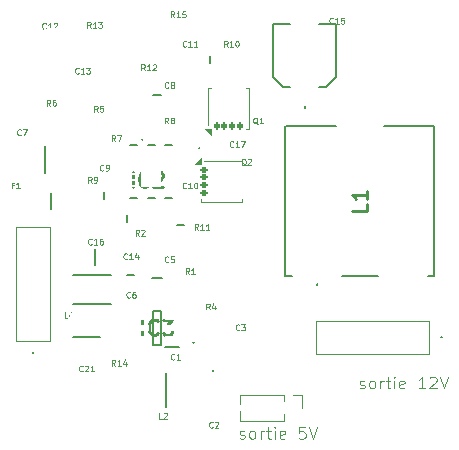
<source format=gto>
%TF.GenerationSoftware,KiCad,Pcbnew,9.0.0*%
%TF.CreationDate,2025-03-08T20:05:39+01:00*%
%TF.ProjectId,converter1A,636f6e76-6572-4746-9572-31412e6b6963,rev?*%
%TF.SameCoordinates,Original*%
%TF.FileFunction,Legend,Top*%
%TF.FilePolarity,Positive*%
%FSLAX46Y46*%
G04 Gerber Fmt 4.6, Leading zero omitted, Abs format (unit mm)*
G04 Created by KiCad (PCBNEW 9.0.0) date 2025-03-08 20:05:39*
%MOMM*%
%LPD*%
G01*
G04 APERTURE LIST*
G04 Aperture macros list*
%AMRoundRect*
0 Rectangle with rounded corners*
0 $1 Rounding radius*
0 $2 $3 $4 $5 $6 $7 $8 $9 X,Y pos of 4 corners*
0 Add a 4 corners polygon primitive as box body*
4,1,4,$2,$3,$4,$5,$6,$7,$8,$9,$2,$3,0*
0 Add four circle primitives for the rounded corners*
1,1,$1+$1,$2,$3*
1,1,$1+$1,$4,$5*
1,1,$1+$1,$6,$7*
1,1,$1+$1,$8,$9*
0 Add four rect primitives between the rounded corners*
20,1,$1+$1,$2,$3,$4,$5,0*
20,1,$1+$1,$4,$5,$6,$7,0*
20,1,$1+$1,$6,$7,$8,$9,0*
20,1,$1+$1,$8,$9,$2,$3,0*%
%AMFreePoly0*
4,1,17,1.371000,0.720000,0.950000,0.720000,0.950000,0.580000,1.370000,0.580000,1.370000,0.080000,0.950000,0.080000,0.950000,-0.080000,1.370000,-0.080000,1.370000,-0.580000,0.950000,-0.580000,0.950000,-0.720000,1.370000,-0.720000,1.370000,-1.225000,-0.950000,-1.225000,-0.950000,1.225000,1.371000,1.225000,1.371000,0.720000,1.371000,0.720000,$1*%
G04 Aperture macros list end*
%ADD10C,0.100000*%
%ADD11C,0.254000*%
%ADD12C,0.200000*%
%ADD13C,0.120000*%
%ADD14C,2.400000*%
%ADD15R,2.300000X2.300000*%
%ADD16C,2.300000*%
%ADD17R,0.750000X0.600000*%
%ADD18R,0.940000X0.540000*%
%ADD19R,1.200000X0.600000*%
%ADD20R,0.850000X1.000000*%
%ADD21R,0.600000X0.750000*%
%ADD22R,0.800000X0.950000*%
%ADD23R,1.170000X1.820000*%
%ADD24R,0.420000X0.620000*%
%ADD25R,1.070000X1.820000*%
%ADD26R,1.750000X3.200000*%
%ADD27R,2.820000X0.810000*%
%ADD28R,1.450000X1.150000*%
%ADD29R,1.400000X1.950000*%
%ADD30RoundRect,0.125000X-0.190000X-0.125000X0.190000X-0.125000X0.190000X0.125000X-0.190000X0.125000X0*%
%ADD31FreePoly0,0.000000*%
%ADD32R,1.150000X1.450000*%
%ADD33R,1.600000X3.000000*%
%ADD34R,0.450000X0.600000*%
%ADD35R,1.000000X1.000000*%
%ADD36O,1.000000X1.000000*%
%ADD37R,0.700000X0.650000*%
%ADD38R,0.250000X0.600000*%
%ADD39R,0.600000X0.250000*%
%ADD40R,1.700000X2.700000*%
%ADD41R,1.260000X2.720000*%
%ADD42RoundRect,0.125000X0.125000X-0.190000X0.125000X0.190000X-0.125000X0.190000X-0.125000X-0.190000X0*%
%ADD43FreePoly0,90.000000*%
%ADD44R,3.070000X2.260000*%
%ADD45R,2.770000X2.260000*%
G04 APERTURE END LIST*
D10*
X167970550Y-82933609D02*
X167803884Y-82695514D01*
X167684836Y-82933609D02*
X167684836Y-82433609D01*
X167684836Y-82433609D02*
X167875312Y-82433609D01*
X167875312Y-82433609D02*
X167922931Y-82457419D01*
X167922931Y-82457419D02*
X167946741Y-82481228D01*
X167946741Y-82481228D02*
X167970550Y-82528847D01*
X167970550Y-82528847D02*
X167970550Y-82600276D01*
X167970550Y-82600276D02*
X167946741Y-82647895D01*
X167946741Y-82647895D02*
X167922931Y-82671704D01*
X167922931Y-82671704D02*
X167875312Y-82695514D01*
X167875312Y-82695514D02*
X167684836Y-82695514D01*
X168399122Y-82433609D02*
X168303884Y-82433609D01*
X168303884Y-82433609D02*
X168256265Y-82457419D01*
X168256265Y-82457419D02*
X168232455Y-82481228D01*
X168232455Y-82481228D02*
X168184836Y-82552657D01*
X168184836Y-82552657D02*
X168161027Y-82647895D01*
X168161027Y-82647895D02*
X168161027Y-82838371D01*
X168161027Y-82838371D02*
X168184836Y-82885990D01*
X168184836Y-82885990D02*
X168208646Y-82909800D01*
X168208646Y-82909800D02*
X168256265Y-82933609D01*
X168256265Y-82933609D02*
X168351503Y-82933609D01*
X168351503Y-82933609D02*
X168399122Y-82909800D01*
X168399122Y-82909800D02*
X168422931Y-82885990D01*
X168422931Y-82885990D02*
X168446741Y-82838371D01*
X168446741Y-82838371D02*
X168446741Y-82719323D01*
X168446741Y-82719323D02*
X168422931Y-82671704D01*
X168422931Y-82671704D02*
X168399122Y-82647895D01*
X168399122Y-82647895D02*
X168351503Y-82624085D01*
X168351503Y-82624085D02*
X168256265Y-82624085D01*
X168256265Y-82624085D02*
X168208646Y-82647895D01*
X168208646Y-82647895D02*
X168184836Y-82671704D01*
X168184836Y-82671704D02*
X168161027Y-82719323D01*
X167590550Y-76375990D02*
X167566741Y-76399800D01*
X167566741Y-76399800D02*
X167495312Y-76423609D01*
X167495312Y-76423609D02*
X167447693Y-76423609D01*
X167447693Y-76423609D02*
X167376265Y-76399800D01*
X167376265Y-76399800D02*
X167328646Y-76352180D01*
X167328646Y-76352180D02*
X167304836Y-76304561D01*
X167304836Y-76304561D02*
X167281027Y-76209323D01*
X167281027Y-76209323D02*
X167281027Y-76137895D01*
X167281027Y-76137895D02*
X167304836Y-76042657D01*
X167304836Y-76042657D02*
X167328646Y-75995038D01*
X167328646Y-75995038D02*
X167376265Y-75947419D01*
X167376265Y-75947419D02*
X167447693Y-75923609D01*
X167447693Y-75923609D02*
X167495312Y-75923609D01*
X167495312Y-75923609D02*
X167566741Y-75947419D01*
X167566741Y-75947419D02*
X167590550Y-75971228D01*
X168066741Y-76423609D02*
X167781027Y-76423609D01*
X167923884Y-76423609D02*
X167923884Y-75923609D01*
X167923884Y-75923609D02*
X167876265Y-75995038D01*
X167876265Y-75995038D02*
X167828646Y-76042657D01*
X167828646Y-76042657D02*
X167781027Y-76066466D01*
X168257217Y-75971228D02*
X168281026Y-75947419D01*
X168281026Y-75947419D02*
X168328645Y-75923609D01*
X168328645Y-75923609D02*
X168447693Y-75923609D01*
X168447693Y-75923609D02*
X168495312Y-75947419D01*
X168495312Y-75947419D02*
X168519121Y-75971228D01*
X168519121Y-75971228D02*
X168542931Y-76018847D01*
X168542931Y-76018847D02*
X168542931Y-76066466D01*
X168542931Y-76066466D02*
X168519121Y-76137895D01*
X168519121Y-76137895D02*
X168233407Y-76423609D01*
X168233407Y-76423609D02*
X168542931Y-76423609D01*
X173470550Y-104933609D02*
X173303884Y-104695514D01*
X173184836Y-104933609D02*
X173184836Y-104433609D01*
X173184836Y-104433609D02*
X173375312Y-104433609D01*
X173375312Y-104433609D02*
X173422931Y-104457419D01*
X173422931Y-104457419D02*
X173446741Y-104481228D01*
X173446741Y-104481228D02*
X173470550Y-104528847D01*
X173470550Y-104528847D02*
X173470550Y-104600276D01*
X173470550Y-104600276D02*
X173446741Y-104647895D01*
X173446741Y-104647895D02*
X173422931Y-104671704D01*
X173422931Y-104671704D02*
X173375312Y-104695514D01*
X173375312Y-104695514D02*
X173184836Y-104695514D01*
X173946741Y-104933609D02*
X173661027Y-104933609D01*
X173803884Y-104933609D02*
X173803884Y-104433609D01*
X173803884Y-104433609D02*
X173756265Y-104505038D01*
X173756265Y-104505038D02*
X173708646Y-104552657D01*
X173708646Y-104552657D02*
X173661027Y-104576466D01*
X174375312Y-104600276D02*
X174375312Y-104933609D01*
X174256264Y-104409800D02*
X174137217Y-104766942D01*
X174137217Y-104766942D02*
X174446740Y-104766942D01*
X175470550Y-93933609D02*
X175303884Y-93695514D01*
X175184836Y-93933609D02*
X175184836Y-93433609D01*
X175184836Y-93433609D02*
X175375312Y-93433609D01*
X175375312Y-93433609D02*
X175422931Y-93457419D01*
X175422931Y-93457419D02*
X175446741Y-93481228D01*
X175446741Y-93481228D02*
X175470550Y-93528847D01*
X175470550Y-93528847D02*
X175470550Y-93600276D01*
X175470550Y-93600276D02*
X175446741Y-93647895D01*
X175446741Y-93647895D02*
X175422931Y-93671704D01*
X175422931Y-93671704D02*
X175375312Y-93695514D01*
X175375312Y-93695514D02*
X175184836Y-93695514D01*
X175661027Y-93481228D02*
X175684836Y-93457419D01*
X175684836Y-93457419D02*
X175732455Y-93433609D01*
X175732455Y-93433609D02*
X175851503Y-93433609D01*
X175851503Y-93433609D02*
X175899122Y-93457419D01*
X175899122Y-93457419D02*
X175922931Y-93481228D01*
X175922931Y-93481228D02*
X175946741Y-93528847D01*
X175946741Y-93528847D02*
X175946741Y-93576466D01*
X175946741Y-93576466D02*
X175922931Y-93647895D01*
X175922931Y-93647895D02*
X175637217Y-93933609D01*
X175637217Y-93933609D02*
X175946741Y-93933609D01*
X183470550Y-86385990D02*
X183446741Y-86409800D01*
X183446741Y-86409800D02*
X183375312Y-86433609D01*
X183375312Y-86433609D02*
X183327693Y-86433609D01*
X183327693Y-86433609D02*
X183256265Y-86409800D01*
X183256265Y-86409800D02*
X183208646Y-86362180D01*
X183208646Y-86362180D02*
X183184836Y-86314561D01*
X183184836Y-86314561D02*
X183161027Y-86219323D01*
X183161027Y-86219323D02*
X183161027Y-86147895D01*
X183161027Y-86147895D02*
X183184836Y-86052657D01*
X183184836Y-86052657D02*
X183208646Y-86005038D01*
X183208646Y-86005038D02*
X183256265Y-85957419D01*
X183256265Y-85957419D02*
X183327693Y-85933609D01*
X183327693Y-85933609D02*
X183375312Y-85933609D01*
X183375312Y-85933609D02*
X183446741Y-85957419D01*
X183446741Y-85957419D02*
X183470550Y-85981228D01*
X183946741Y-86433609D02*
X183661027Y-86433609D01*
X183803884Y-86433609D02*
X183803884Y-85933609D01*
X183803884Y-85933609D02*
X183756265Y-86005038D01*
X183756265Y-86005038D02*
X183708646Y-86052657D01*
X183708646Y-86052657D02*
X183661027Y-86076466D01*
X184113407Y-85933609D02*
X184446740Y-85933609D01*
X184446740Y-85933609D02*
X184232455Y-86433609D01*
X183970550Y-101885990D02*
X183946741Y-101909800D01*
X183946741Y-101909800D02*
X183875312Y-101933609D01*
X183875312Y-101933609D02*
X183827693Y-101933609D01*
X183827693Y-101933609D02*
X183756265Y-101909800D01*
X183756265Y-101909800D02*
X183708646Y-101862180D01*
X183708646Y-101862180D02*
X183684836Y-101814561D01*
X183684836Y-101814561D02*
X183661027Y-101719323D01*
X183661027Y-101719323D02*
X183661027Y-101647895D01*
X183661027Y-101647895D02*
X183684836Y-101552657D01*
X183684836Y-101552657D02*
X183708646Y-101505038D01*
X183708646Y-101505038D02*
X183756265Y-101457419D01*
X183756265Y-101457419D02*
X183827693Y-101433609D01*
X183827693Y-101433609D02*
X183875312Y-101433609D01*
X183875312Y-101433609D02*
X183946741Y-101457419D01*
X183946741Y-101457419D02*
X183970550Y-101481228D01*
X184137217Y-101433609D02*
X184446741Y-101433609D01*
X184446741Y-101433609D02*
X184280074Y-101624085D01*
X184280074Y-101624085D02*
X184351503Y-101624085D01*
X184351503Y-101624085D02*
X184399122Y-101647895D01*
X184399122Y-101647895D02*
X184422931Y-101671704D01*
X184422931Y-101671704D02*
X184446741Y-101719323D01*
X184446741Y-101719323D02*
X184446741Y-101838371D01*
X184446741Y-101838371D02*
X184422931Y-101885990D01*
X184422931Y-101885990D02*
X184399122Y-101909800D01*
X184399122Y-101909800D02*
X184351503Y-101933609D01*
X184351503Y-101933609D02*
X184208646Y-101933609D01*
X184208646Y-101933609D02*
X184161027Y-101909800D01*
X184161027Y-101909800D02*
X184137217Y-101885990D01*
X164851503Y-89671704D02*
X164684836Y-89671704D01*
X164684836Y-89933609D02*
X164684836Y-89433609D01*
X164684836Y-89433609D02*
X164922931Y-89433609D01*
X165375312Y-89933609D02*
X165089598Y-89933609D01*
X165232455Y-89933609D02*
X165232455Y-89433609D01*
X165232455Y-89433609D02*
X165184836Y-89505038D01*
X165184836Y-89505038D02*
X165137217Y-89552657D01*
X165137217Y-89552657D02*
X165089598Y-89576466D01*
X171390550Y-76333609D02*
X171223884Y-76095514D01*
X171104836Y-76333609D02*
X171104836Y-75833609D01*
X171104836Y-75833609D02*
X171295312Y-75833609D01*
X171295312Y-75833609D02*
X171342931Y-75857419D01*
X171342931Y-75857419D02*
X171366741Y-75881228D01*
X171366741Y-75881228D02*
X171390550Y-75928847D01*
X171390550Y-75928847D02*
X171390550Y-76000276D01*
X171390550Y-76000276D02*
X171366741Y-76047895D01*
X171366741Y-76047895D02*
X171342931Y-76071704D01*
X171342931Y-76071704D02*
X171295312Y-76095514D01*
X171295312Y-76095514D02*
X171104836Y-76095514D01*
X171866741Y-76333609D02*
X171581027Y-76333609D01*
X171723884Y-76333609D02*
X171723884Y-75833609D01*
X171723884Y-75833609D02*
X171676265Y-75905038D01*
X171676265Y-75905038D02*
X171628646Y-75952657D01*
X171628646Y-75952657D02*
X171581027Y-75976466D01*
X172033407Y-75833609D02*
X172342931Y-75833609D01*
X172342931Y-75833609D02*
X172176264Y-76024085D01*
X172176264Y-76024085D02*
X172247693Y-76024085D01*
X172247693Y-76024085D02*
X172295312Y-76047895D01*
X172295312Y-76047895D02*
X172319121Y-76071704D01*
X172319121Y-76071704D02*
X172342931Y-76119323D01*
X172342931Y-76119323D02*
X172342931Y-76238371D01*
X172342931Y-76238371D02*
X172319121Y-76285990D01*
X172319121Y-76285990D02*
X172295312Y-76309800D01*
X172295312Y-76309800D02*
X172247693Y-76333609D01*
X172247693Y-76333609D02*
X172104836Y-76333609D01*
X172104836Y-76333609D02*
X172057217Y-76309800D01*
X172057217Y-76309800D02*
X172033407Y-76285990D01*
X177970550Y-84433609D02*
X177803884Y-84195514D01*
X177684836Y-84433609D02*
X177684836Y-83933609D01*
X177684836Y-83933609D02*
X177875312Y-83933609D01*
X177875312Y-83933609D02*
X177922931Y-83957419D01*
X177922931Y-83957419D02*
X177946741Y-83981228D01*
X177946741Y-83981228D02*
X177970550Y-84028847D01*
X177970550Y-84028847D02*
X177970550Y-84100276D01*
X177970550Y-84100276D02*
X177946741Y-84147895D01*
X177946741Y-84147895D02*
X177922931Y-84171704D01*
X177922931Y-84171704D02*
X177875312Y-84195514D01*
X177875312Y-84195514D02*
X177684836Y-84195514D01*
X178256265Y-84147895D02*
X178208646Y-84124085D01*
X178208646Y-84124085D02*
X178184836Y-84100276D01*
X178184836Y-84100276D02*
X178161027Y-84052657D01*
X178161027Y-84052657D02*
X178161027Y-84028847D01*
X178161027Y-84028847D02*
X178184836Y-83981228D01*
X178184836Y-83981228D02*
X178208646Y-83957419D01*
X178208646Y-83957419D02*
X178256265Y-83933609D01*
X178256265Y-83933609D02*
X178351503Y-83933609D01*
X178351503Y-83933609D02*
X178399122Y-83957419D01*
X178399122Y-83957419D02*
X178422931Y-83981228D01*
X178422931Y-83981228D02*
X178446741Y-84028847D01*
X178446741Y-84028847D02*
X178446741Y-84052657D01*
X178446741Y-84052657D02*
X178422931Y-84100276D01*
X178422931Y-84100276D02*
X178399122Y-84124085D01*
X178399122Y-84124085D02*
X178351503Y-84147895D01*
X178351503Y-84147895D02*
X178256265Y-84147895D01*
X178256265Y-84147895D02*
X178208646Y-84171704D01*
X178208646Y-84171704D02*
X178184836Y-84195514D01*
X178184836Y-84195514D02*
X178161027Y-84243133D01*
X178161027Y-84243133D02*
X178161027Y-84338371D01*
X178161027Y-84338371D02*
X178184836Y-84385990D01*
X178184836Y-84385990D02*
X178208646Y-84409800D01*
X178208646Y-84409800D02*
X178256265Y-84433609D01*
X178256265Y-84433609D02*
X178351503Y-84433609D01*
X178351503Y-84433609D02*
X178399122Y-84409800D01*
X178399122Y-84409800D02*
X178422931Y-84385990D01*
X178422931Y-84385990D02*
X178446741Y-84338371D01*
X178446741Y-84338371D02*
X178446741Y-84243133D01*
X178446741Y-84243133D02*
X178422931Y-84195514D01*
X178422931Y-84195514D02*
X178399122Y-84171704D01*
X178399122Y-84171704D02*
X178351503Y-84147895D01*
X179470550Y-77885990D02*
X179446741Y-77909800D01*
X179446741Y-77909800D02*
X179375312Y-77933609D01*
X179375312Y-77933609D02*
X179327693Y-77933609D01*
X179327693Y-77933609D02*
X179256265Y-77909800D01*
X179256265Y-77909800D02*
X179208646Y-77862180D01*
X179208646Y-77862180D02*
X179184836Y-77814561D01*
X179184836Y-77814561D02*
X179161027Y-77719323D01*
X179161027Y-77719323D02*
X179161027Y-77647895D01*
X179161027Y-77647895D02*
X179184836Y-77552657D01*
X179184836Y-77552657D02*
X179208646Y-77505038D01*
X179208646Y-77505038D02*
X179256265Y-77457419D01*
X179256265Y-77457419D02*
X179327693Y-77433609D01*
X179327693Y-77433609D02*
X179375312Y-77433609D01*
X179375312Y-77433609D02*
X179446741Y-77457419D01*
X179446741Y-77457419D02*
X179470550Y-77481228D01*
X179946741Y-77933609D02*
X179661027Y-77933609D01*
X179803884Y-77933609D02*
X179803884Y-77433609D01*
X179803884Y-77433609D02*
X179756265Y-77505038D01*
X179756265Y-77505038D02*
X179708646Y-77552657D01*
X179708646Y-77552657D02*
X179661027Y-77576466D01*
X180422931Y-77933609D02*
X180137217Y-77933609D01*
X180280074Y-77933609D02*
X180280074Y-77433609D01*
X180280074Y-77433609D02*
X180232455Y-77505038D01*
X180232455Y-77505038D02*
X180184836Y-77552657D01*
X180184836Y-77552657D02*
X180137217Y-77576466D01*
X170370550Y-80165990D02*
X170346741Y-80189800D01*
X170346741Y-80189800D02*
X170275312Y-80213609D01*
X170275312Y-80213609D02*
X170227693Y-80213609D01*
X170227693Y-80213609D02*
X170156265Y-80189800D01*
X170156265Y-80189800D02*
X170108646Y-80142180D01*
X170108646Y-80142180D02*
X170084836Y-80094561D01*
X170084836Y-80094561D02*
X170061027Y-79999323D01*
X170061027Y-79999323D02*
X170061027Y-79927895D01*
X170061027Y-79927895D02*
X170084836Y-79832657D01*
X170084836Y-79832657D02*
X170108646Y-79785038D01*
X170108646Y-79785038D02*
X170156265Y-79737419D01*
X170156265Y-79737419D02*
X170227693Y-79713609D01*
X170227693Y-79713609D02*
X170275312Y-79713609D01*
X170275312Y-79713609D02*
X170346741Y-79737419D01*
X170346741Y-79737419D02*
X170370550Y-79761228D01*
X170846741Y-80213609D02*
X170561027Y-80213609D01*
X170703884Y-80213609D02*
X170703884Y-79713609D01*
X170703884Y-79713609D02*
X170656265Y-79785038D01*
X170656265Y-79785038D02*
X170608646Y-79832657D01*
X170608646Y-79832657D02*
X170561027Y-79856466D01*
X171013407Y-79713609D02*
X171322931Y-79713609D01*
X171322931Y-79713609D02*
X171156264Y-79904085D01*
X171156264Y-79904085D02*
X171227693Y-79904085D01*
X171227693Y-79904085D02*
X171275312Y-79927895D01*
X171275312Y-79927895D02*
X171299121Y-79951704D01*
X171299121Y-79951704D02*
X171322931Y-79999323D01*
X171322931Y-79999323D02*
X171322931Y-80118371D01*
X171322931Y-80118371D02*
X171299121Y-80165990D01*
X171299121Y-80165990D02*
X171275312Y-80189800D01*
X171275312Y-80189800D02*
X171227693Y-80213609D01*
X171227693Y-80213609D02*
X171084836Y-80213609D01*
X171084836Y-80213609D02*
X171037217Y-80189800D01*
X171037217Y-80189800D02*
X171013407Y-80165990D01*
X170720550Y-105385990D02*
X170696741Y-105409800D01*
X170696741Y-105409800D02*
X170625312Y-105433609D01*
X170625312Y-105433609D02*
X170577693Y-105433609D01*
X170577693Y-105433609D02*
X170506265Y-105409800D01*
X170506265Y-105409800D02*
X170458646Y-105362180D01*
X170458646Y-105362180D02*
X170434836Y-105314561D01*
X170434836Y-105314561D02*
X170411027Y-105219323D01*
X170411027Y-105219323D02*
X170411027Y-105147895D01*
X170411027Y-105147895D02*
X170434836Y-105052657D01*
X170434836Y-105052657D02*
X170458646Y-105005038D01*
X170458646Y-105005038D02*
X170506265Y-104957419D01*
X170506265Y-104957419D02*
X170577693Y-104933609D01*
X170577693Y-104933609D02*
X170625312Y-104933609D01*
X170625312Y-104933609D02*
X170696741Y-104957419D01*
X170696741Y-104957419D02*
X170720550Y-104981228D01*
X170911027Y-104981228D02*
X170934836Y-104957419D01*
X170934836Y-104957419D02*
X170982455Y-104933609D01*
X170982455Y-104933609D02*
X171101503Y-104933609D01*
X171101503Y-104933609D02*
X171149122Y-104957419D01*
X171149122Y-104957419D02*
X171172931Y-104981228D01*
X171172931Y-104981228D02*
X171196741Y-105028847D01*
X171196741Y-105028847D02*
X171196741Y-105076466D01*
X171196741Y-105076466D02*
X171172931Y-105147895D01*
X171172931Y-105147895D02*
X170887217Y-105433609D01*
X170887217Y-105433609D02*
X171196741Y-105433609D01*
X171672931Y-105433609D02*
X171387217Y-105433609D01*
X171530074Y-105433609D02*
X171530074Y-104933609D01*
X171530074Y-104933609D02*
X171482455Y-105005038D01*
X171482455Y-105005038D02*
X171434836Y-105052657D01*
X171434836Y-105052657D02*
X171387217Y-105076466D01*
X180470550Y-93433609D02*
X180303884Y-93195514D01*
X180184836Y-93433609D02*
X180184836Y-92933609D01*
X180184836Y-92933609D02*
X180375312Y-92933609D01*
X180375312Y-92933609D02*
X180422931Y-92957419D01*
X180422931Y-92957419D02*
X180446741Y-92981228D01*
X180446741Y-92981228D02*
X180470550Y-93028847D01*
X180470550Y-93028847D02*
X180470550Y-93100276D01*
X180470550Y-93100276D02*
X180446741Y-93147895D01*
X180446741Y-93147895D02*
X180422931Y-93171704D01*
X180422931Y-93171704D02*
X180375312Y-93195514D01*
X180375312Y-93195514D02*
X180184836Y-93195514D01*
X180946741Y-93433609D02*
X180661027Y-93433609D01*
X180803884Y-93433609D02*
X180803884Y-92933609D01*
X180803884Y-92933609D02*
X180756265Y-93005038D01*
X180756265Y-93005038D02*
X180708646Y-93052657D01*
X180708646Y-93052657D02*
X180661027Y-93076466D01*
X181422931Y-93433609D02*
X181137217Y-93433609D01*
X181280074Y-93433609D02*
X181280074Y-92933609D01*
X181280074Y-92933609D02*
X181232455Y-93005038D01*
X181232455Y-93005038D02*
X181184836Y-93052657D01*
X181184836Y-93052657D02*
X181137217Y-93076466D01*
X194146265Y-106824800D02*
X194241503Y-106872419D01*
X194241503Y-106872419D02*
X194431979Y-106872419D01*
X194431979Y-106872419D02*
X194527217Y-106824800D01*
X194527217Y-106824800D02*
X194574836Y-106729561D01*
X194574836Y-106729561D02*
X194574836Y-106681942D01*
X194574836Y-106681942D02*
X194527217Y-106586704D01*
X194527217Y-106586704D02*
X194431979Y-106539085D01*
X194431979Y-106539085D02*
X194289122Y-106539085D01*
X194289122Y-106539085D02*
X194193884Y-106491466D01*
X194193884Y-106491466D02*
X194146265Y-106396228D01*
X194146265Y-106396228D02*
X194146265Y-106348609D01*
X194146265Y-106348609D02*
X194193884Y-106253371D01*
X194193884Y-106253371D02*
X194289122Y-106205752D01*
X194289122Y-106205752D02*
X194431979Y-106205752D01*
X194431979Y-106205752D02*
X194527217Y-106253371D01*
X195146265Y-106872419D02*
X195051027Y-106824800D01*
X195051027Y-106824800D02*
X195003408Y-106777180D01*
X195003408Y-106777180D02*
X194955789Y-106681942D01*
X194955789Y-106681942D02*
X194955789Y-106396228D01*
X194955789Y-106396228D02*
X195003408Y-106300990D01*
X195003408Y-106300990D02*
X195051027Y-106253371D01*
X195051027Y-106253371D02*
X195146265Y-106205752D01*
X195146265Y-106205752D02*
X195289122Y-106205752D01*
X195289122Y-106205752D02*
X195384360Y-106253371D01*
X195384360Y-106253371D02*
X195431979Y-106300990D01*
X195431979Y-106300990D02*
X195479598Y-106396228D01*
X195479598Y-106396228D02*
X195479598Y-106681942D01*
X195479598Y-106681942D02*
X195431979Y-106777180D01*
X195431979Y-106777180D02*
X195384360Y-106824800D01*
X195384360Y-106824800D02*
X195289122Y-106872419D01*
X195289122Y-106872419D02*
X195146265Y-106872419D01*
X195908170Y-106872419D02*
X195908170Y-106205752D01*
X195908170Y-106396228D02*
X195955789Y-106300990D01*
X195955789Y-106300990D02*
X196003408Y-106253371D01*
X196003408Y-106253371D02*
X196098646Y-106205752D01*
X196098646Y-106205752D02*
X196193884Y-106205752D01*
X196384361Y-106205752D02*
X196765313Y-106205752D01*
X196527218Y-105872419D02*
X196527218Y-106729561D01*
X196527218Y-106729561D02*
X196574837Y-106824800D01*
X196574837Y-106824800D02*
X196670075Y-106872419D01*
X196670075Y-106872419D02*
X196765313Y-106872419D01*
X197098647Y-106872419D02*
X197098647Y-106205752D01*
X197098647Y-105872419D02*
X197051028Y-105920038D01*
X197051028Y-105920038D02*
X197098647Y-105967657D01*
X197098647Y-105967657D02*
X197146266Y-105920038D01*
X197146266Y-105920038D02*
X197098647Y-105872419D01*
X197098647Y-105872419D02*
X197098647Y-105967657D01*
X197955789Y-106824800D02*
X197860551Y-106872419D01*
X197860551Y-106872419D02*
X197670075Y-106872419D01*
X197670075Y-106872419D02*
X197574837Y-106824800D01*
X197574837Y-106824800D02*
X197527218Y-106729561D01*
X197527218Y-106729561D02*
X197527218Y-106348609D01*
X197527218Y-106348609D02*
X197574837Y-106253371D01*
X197574837Y-106253371D02*
X197670075Y-106205752D01*
X197670075Y-106205752D02*
X197860551Y-106205752D01*
X197860551Y-106205752D02*
X197955789Y-106253371D01*
X197955789Y-106253371D02*
X198003408Y-106348609D01*
X198003408Y-106348609D02*
X198003408Y-106443847D01*
X198003408Y-106443847D02*
X197527218Y-106539085D01*
X199717694Y-106872419D02*
X199146266Y-106872419D01*
X199431980Y-106872419D02*
X199431980Y-105872419D01*
X199431980Y-105872419D02*
X199336742Y-106015276D01*
X199336742Y-106015276D02*
X199241504Y-106110514D01*
X199241504Y-106110514D02*
X199146266Y-106158133D01*
X200098647Y-105967657D02*
X200146266Y-105920038D01*
X200146266Y-105920038D02*
X200241504Y-105872419D01*
X200241504Y-105872419D02*
X200479599Y-105872419D01*
X200479599Y-105872419D02*
X200574837Y-105920038D01*
X200574837Y-105920038D02*
X200622456Y-105967657D01*
X200622456Y-105967657D02*
X200670075Y-106062895D01*
X200670075Y-106062895D02*
X200670075Y-106158133D01*
X200670075Y-106158133D02*
X200622456Y-106300990D01*
X200622456Y-106300990D02*
X200051028Y-106872419D01*
X200051028Y-106872419D02*
X200670075Y-106872419D01*
X200955790Y-105872419D02*
X201289123Y-106872419D01*
X201289123Y-106872419D02*
X201622456Y-105872419D01*
X184006265Y-111074800D02*
X184101503Y-111122419D01*
X184101503Y-111122419D02*
X184291979Y-111122419D01*
X184291979Y-111122419D02*
X184387217Y-111074800D01*
X184387217Y-111074800D02*
X184434836Y-110979561D01*
X184434836Y-110979561D02*
X184434836Y-110931942D01*
X184434836Y-110931942D02*
X184387217Y-110836704D01*
X184387217Y-110836704D02*
X184291979Y-110789085D01*
X184291979Y-110789085D02*
X184149122Y-110789085D01*
X184149122Y-110789085D02*
X184053884Y-110741466D01*
X184053884Y-110741466D02*
X184006265Y-110646228D01*
X184006265Y-110646228D02*
X184006265Y-110598609D01*
X184006265Y-110598609D02*
X184053884Y-110503371D01*
X184053884Y-110503371D02*
X184149122Y-110455752D01*
X184149122Y-110455752D02*
X184291979Y-110455752D01*
X184291979Y-110455752D02*
X184387217Y-110503371D01*
X185006265Y-111122419D02*
X184911027Y-111074800D01*
X184911027Y-111074800D02*
X184863408Y-111027180D01*
X184863408Y-111027180D02*
X184815789Y-110931942D01*
X184815789Y-110931942D02*
X184815789Y-110646228D01*
X184815789Y-110646228D02*
X184863408Y-110550990D01*
X184863408Y-110550990D02*
X184911027Y-110503371D01*
X184911027Y-110503371D02*
X185006265Y-110455752D01*
X185006265Y-110455752D02*
X185149122Y-110455752D01*
X185149122Y-110455752D02*
X185244360Y-110503371D01*
X185244360Y-110503371D02*
X185291979Y-110550990D01*
X185291979Y-110550990D02*
X185339598Y-110646228D01*
X185339598Y-110646228D02*
X185339598Y-110931942D01*
X185339598Y-110931942D02*
X185291979Y-111027180D01*
X185291979Y-111027180D02*
X185244360Y-111074800D01*
X185244360Y-111074800D02*
X185149122Y-111122419D01*
X185149122Y-111122419D02*
X185006265Y-111122419D01*
X185768170Y-111122419D02*
X185768170Y-110455752D01*
X185768170Y-110646228D02*
X185815789Y-110550990D01*
X185815789Y-110550990D02*
X185863408Y-110503371D01*
X185863408Y-110503371D02*
X185958646Y-110455752D01*
X185958646Y-110455752D02*
X186053884Y-110455752D01*
X186244361Y-110455752D02*
X186625313Y-110455752D01*
X186387218Y-110122419D02*
X186387218Y-110979561D01*
X186387218Y-110979561D02*
X186434837Y-111074800D01*
X186434837Y-111074800D02*
X186530075Y-111122419D01*
X186530075Y-111122419D02*
X186625313Y-111122419D01*
X186958647Y-111122419D02*
X186958647Y-110455752D01*
X186958647Y-110122419D02*
X186911028Y-110170038D01*
X186911028Y-110170038D02*
X186958647Y-110217657D01*
X186958647Y-110217657D02*
X187006266Y-110170038D01*
X187006266Y-110170038D02*
X186958647Y-110122419D01*
X186958647Y-110122419D02*
X186958647Y-110217657D01*
X187815789Y-111074800D02*
X187720551Y-111122419D01*
X187720551Y-111122419D02*
X187530075Y-111122419D01*
X187530075Y-111122419D02*
X187434837Y-111074800D01*
X187434837Y-111074800D02*
X187387218Y-110979561D01*
X187387218Y-110979561D02*
X187387218Y-110598609D01*
X187387218Y-110598609D02*
X187434837Y-110503371D01*
X187434837Y-110503371D02*
X187530075Y-110455752D01*
X187530075Y-110455752D02*
X187720551Y-110455752D01*
X187720551Y-110455752D02*
X187815789Y-110503371D01*
X187815789Y-110503371D02*
X187863408Y-110598609D01*
X187863408Y-110598609D02*
X187863408Y-110693847D01*
X187863408Y-110693847D02*
X187387218Y-110789085D01*
X189530075Y-110122419D02*
X189053885Y-110122419D01*
X189053885Y-110122419D02*
X189006266Y-110598609D01*
X189006266Y-110598609D02*
X189053885Y-110550990D01*
X189053885Y-110550990D02*
X189149123Y-110503371D01*
X189149123Y-110503371D02*
X189387218Y-110503371D01*
X189387218Y-110503371D02*
X189482456Y-110550990D01*
X189482456Y-110550990D02*
X189530075Y-110598609D01*
X189530075Y-110598609D02*
X189577694Y-110693847D01*
X189577694Y-110693847D02*
X189577694Y-110931942D01*
X189577694Y-110931942D02*
X189530075Y-111027180D01*
X189530075Y-111027180D02*
X189482456Y-111074800D01*
X189482456Y-111074800D02*
X189387218Y-111122419D01*
X189387218Y-111122419D02*
X189149123Y-111122419D01*
X189149123Y-111122419D02*
X189053885Y-111074800D01*
X189053885Y-111074800D02*
X189006266Y-111027180D01*
X189863409Y-110122419D02*
X190196742Y-111122419D01*
X190196742Y-111122419D02*
X190530075Y-110122419D01*
X185518169Y-84481228D02*
X185470550Y-84457419D01*
X185470550Y-84457419D02*
X185422931Y-84409800D01*
X185422931Y-84409800D02*
X185351503Y-84338371D01*
X185351503Y-84338371D02*
X185303884Y-84314561D01*
X185303884Y-84314561D02*
X185256265Y-84314561D01*
X185280074Y-84433609D02*
X185232455Y-84409800D01*
X185232455Y-84409800D02*
X185184836Y-84362180D01*
X185184836Y-84362180D02*
X185161027Y-84266942D01*
X185161027Y-84266942D02*
X185161027Y-84100276D01*
X185161027Y-84100276D02*
X185184836Y-84005038D01*
X185184836Y-84005038D02*
X185232455Y-83957419D01*
X185232455Y-83957419D02*
X185280074Y-83933609D01*
X185280074Y-83933609D02*
X185375312Y-83933609D01*
X185375312Y-83933609D02*
X185422931Y-83957419D01*
X185422931Y-83957419D02*
X185470550Y-84005038D01*
X185470550Y-84005038D02*
X185494360Y-84100276D01*
X185494360Y-84100276D02*
X185494360Y-84266942D01*
X185494360Y-84266942D02*
X185470550Y-84362180D01*
X185470550Y-84362180D02*
X185422931Y-84409800D01*
X185422931Y-84409800D02*
X185375312Y-84433609D01*
X185375312Y-84433609D02*
X185280074Y-84433609D01*
X185970551Y-84433609D02*
X185684837Y-84433609D01*
X185827694Y-84433609D02*
X185827694Y-83933609D01*
X185827694Y-83933609D02*
X185780075Y-84005038D01*
X185780075Y-84005038D02*
X185732456Y-84052657D01*
X185732456Y-84052657D02*
X185684837Y-84076466D01*
X179470550Y-89885990D02*
X179446741Y-89909800D01*
X179446741Y-89909800D02*
X179375312Y-89933609D01*
X179375312Y-89933609D02*
X179327693Y-89933609D01*
X179327693Y-89933609D02*
X179256265Y-89909800D01*
X179256265Y-89909800D02*
X179208646Y-89862180D01*
X179208646Y-89862180D02*
X179184836Y-89814561D01*
X179184836Y-89814561D02*
X179161027Y-89719323D01*
X179161027Y-89719323D02*
X179161027Y-89647895D01*
X179161027Y-89647895D02*
X179184836Y-89552657D01*
X179184836Y-89552657D02*
X179208646Y-89505038D01*
X179208646Y-89505038D02*
X179256265Y-89457419D01*
X179256265Y-89457419D02*
X179327693Y-89433609D01*
X179327693Y-89433609D02*
X179375312Y-89433609D01*
X179375312Y-89433609D02*
X179446741Y-89457419D01*
X179446741Y-89457419D02*
X179470550Y-89481228D01*
X179946741Y-89933609D02*
X179661027Y-89933609D01*
X179803884Y-89933609D02*
X179803884Y-89433609D01*
X179803884Y-89433609D02*
X179756265Y-89505038D01*
X179756265Y-89505038D02*
X179708646Y-89552657D01*
X179708646Y-89552657D02*
X179661027Y-89576466D01*
X180256264Y-89433609D02*
X180303883Y-89433609D01*
X180303883Y-89433609D02*
X180351502Y-89457419D01*
X180351502Y-89457419D02*
X180375312Y-89481228D01*
X180375312Y-89481228D02*
X180399121Y-89528847D01*
X180399121Y-89528847D02*
X180422931Y-89624085D01*
X180422931Y-89624085D02*
X180422931Y-89743133D01*
X180422931Y-89743133D02*
X180399121Y-89838371D01*
X180399121Y-89838371D02*
X180375312Y-89885990D01*
X180375312Y-89885990D02*
X180351502Y-89909800D01*
X180351502Y-89909800D02*
X180303883Y-89933609D01*
X180303883Y-89933609D02*
X180256264Y-89933609D01*
X180256264Y-89933609D02*
X180208645Y-89909800D01*
X180208645Y-89909800D02*
X180184836Y-89885990D01*
X180184836Y-89885990D02*
X180161026Y-89838371D01*
X180161026Y-89838371D02*
X180137217Y-89743133D01*
X180137217Y-89743133D02*
X180137217Y-89624085D01*
X180137217Y-89624085D02*
X180161026Y-89528847D01*
X180161026Y-89528847D02*
X180184836Y-89481228D01*
X180184836Y-89481228D02*
X180208645Y-89457419D01*
X180208645Y-89457419D02*
X180256264Y-89433609D01*
X181720550Y-110135990D02*
X181696741Y-110159800D01*
X181696741Y-110159800D02*
X181625312Y-110183609D01*
X181625312Y-110183609D02*
X181577693Y-110183609D01*
X181577693Y-110183609D02*
X181506265Y-110159800D01*
X181506265Y-110159800D02*
X181458646Y-110112180D01*
X181458646Y-110112180D02*
X181434836Y-110064561D01*
X181434836Y-110064561D02*
X181411027Y-109969323D01*
X181411027Y-109969323D02*
X181411027Y-109897895D01*
X181411027Y-109897895D02*
X181434836Y-109802657D01*
X181434836Y-109802657D02*
X181458646Y-109755038D01*
X181458646Y-109755038D02*
X181506265Y-109707419D01*
X181506265Y-109707419D02*
X181577693Y-109683609D01*
X181577693Y-109683609D02*
X181625312Y-109683609D01*
X181625312Y-109683609D02*
X181696741Y-109707419D01*
X181696741Y-109707419D02*
X181720550Y-109731228D01*
X181911027Y-109731228D02*
X181934836Y-109707419D01*
X181934836Y-109707419D02*
X181982455Y-109683609D01*
X181982455Y-109683609D02*
X182101503Y-109683609D01*
X182101503Y-109683609D02*
X182149122Y-109707419D01*
X182149122Y-109707419D02*
X182172931Y-109731228D01*
X182172931Y-109731228D02*
X182196741Y-109778847D01*
X182196741Y-109778847D02*
X182196741Y-109826466D01*
X182196741Y-109826466D02*
X182172931Y-109897895D01*
X182172931Y-109897895D02*
X181887217Y-110183609D01*
X181887217Y-110183609D02*
X182196741Y-110183609D01*
X173470550Y-85933609D02*
X173303884Y-85695514D01*
X173184836Y-85933609D02*
X173184836Y-85433609D01*
X173184836Y-85433609D02*
X173375312Y-85433609D01*
X173375312Y-85433609D02*
X173422931Y-85457419D01*
X173422931Y-85457419D02*
X173446741Y-85481228D01*
X173446741Y-85481228D02*
X173470550Y-85528847D01*
X173470550Y-85528847D02*
X173470550Y-85600276D01*
X173470550Y-85600276D02*
X173446741Y-85647895D01*
X173446741Y-85647895D02*
X173422931Y-85671704D01*
X173422931Y-85671704D02*
X173375312Y-85695514D01*
X173375312Y-85695514D02*
X173184836Y-85695514D01*
X173637217Y-85433609D02*
X173970550Y-85433609D01*
X173970550Y-85433609D02*
X173756265Y-85933609D01*
X174470550Y-95885990D02*
X174446741Y-95909800D01*
X174446741Y-95909800D02*
X174375312Y-95933609D01*
X174375312Y-95933609D02*
X174327693Y-95933609D01*
X174327693Y-95933609D02*
X174256265Y-95909800D01*
X174256265Y-95909800D02*
X174208646Y-95862180D01*
X174208646Y-95862180D02*
X174184836Y-95814561D01*
X174184836Y-95814561D02*
X174161027Y-95719323D01*
X174161027Y-95719323D02*
X174161027Y-95647895D01*
X174161027Y-95647895D02*
X174184836Y-95552657D01*
X174184836Y-95552657D02*
X174208646Y-95505038D01*
X174208646Y-95505038D02*
X174256265Y-95457419D01*
X174256265Y-95457419D02*
X174327693Y-95433609D01*
X174327693Y-95433609D02*
X174375312Y-95433609D01*
X174375312Y-95433609D02*
X174446741Y-95457419D01*
X174446741Y-95457419D02*
X174470550Y-95481228D01*
X174946741Y-95933609D02*
X174661027Y-95933609D01*
X174803884Y-95933609D02*
X174803884Y-95433609D01*
X174803884Y-95433609D02*
X174756265Y-95505038D01*
X174756265Y-95505038D02*
X174708646Y-95552657D01*
X174708646Y-95552657D02*
X174661027Y-95576466D01*
X175375312Y-95600276D02*
X175375312Y-95933609D01*
X175256264Y-95409800D02*
X175137217Y-95766942D01*
X175137217Y-95766942D02*
X175446740Y-95766942D01*
X174720550Y-99135990D02*
X174696741Y-99159800D01*
X174696741Y-99159800D02*
X174625312Y-99183609D01*
X174625312Y-99183609D02*
X174577693Y-99183609D01*
X174577693Y-99183609D02*
X174506265Y-99159800D01*
X174506265Y-99159800D02*
X174458646Y-99112180D01*
X174458646Y-99112180D02*
X174434836Y-99064561D01*
X174434836Y-99064561D02*
X174411027Y-98969323D01*
X174411027Y-98969323D02*
X174411027Y-98897895D01*
X174411027Y-98897895D02*
X174434836Y-98802657D01*
X174434836Y-98802657D02*
X174458646Y-98755038D01*
X174458646Y-98755038D02*
X174506265Y-98707419D01*
X174506265Y-98707419D02*
X174577693Y-98683609D01*
X174577693Y-98683609D02*
X174625312Y-98683609D01*
X174625312Y-98683609D02*
X174696741Y-98707419D01*
X174696741Y-98707419D02*
X174720550Y-98731228D01*
X175149122Y-98683609D02*
X175053884Y-98683609D01*
X175053884Y-98683609D02*
X175006265Y-98707419D01*
X175006265Y-98707419D02*
X174982455Y-98731228D01*
X174982455Y-98731228D02*
X174934836Y-98802657D01*
X174934836Y-98802657D02*
X174911027Y-98897895D01*
X174911027Y-98897895D02*
X174911027Y-99088371D01*
X174911027Y-99088371D02*
X174934836Y-99135990D01*
X174934836Y-99135990D02*
X174958646Y-99159800D01*
X174958646Y-99159800D02*
X175006265Y-99183609D01*
X175006265Y-99183609D02*
X175101503Y-99183609D01*
X175101503Y-99183609D02*
X175149122Y-99159800D01*
X175149122Y-99159800D02*
X175172931Y-99135990D01*
X175172931Y-99135990D02*
X175196741Y-99088371D01*
X175196741Y-99088371D02*
X175196741Y-98969323D01*
X175196741Y-98969323D02*
X175172931Y-98921704D01*
X175172931Y-98921704D02*
X175149122Y-98897895D01*
X175149122Y-98897895D02*
X175101503Y-98874085D01*
X175101503Y-98874085D02*
X175006265Y-98874085D01*
X175006265Y-98874085D02*
X174958646Y-98897895D01*
X174958646Y-98897895D02*
X174934836Y-98921704D01*
X174934836Y-98921704D02*
X174911027Y-98969323D01*
X177970550Y-81385990D02*
X177946741Y-81409800D01*
X177946741Y-81409800D02*
X177875312Y-81433609D01*
X177875312Y-81433609D02*
X177827693Y-81433609D01*
X177827693Y-81433609D02*
X177756265Y-81409800D01*
X177756265Y-81409800D02*
X177708646Y-81362180D01*
X177708646Y-81362180D02*
X177684836Y-81314561D01*
X177684836Y-81314561D02*
X177661027Y-81219323D01*
X177661027Y-81219323D02*
X177661027Y-81147895D01*
X177661027Y-81147895D02*
X177684836Y-81052657D01*
X177684836Y-81052657D02*
X177708646Y-81005038D01*
X177708646Y-81005038D02*
X177756265Y-80957419D01*
X177756265Y-80957419D02*
X177827693Y-80933609D01*
X177827693Y-80933609D02*
X177875312Y-80933609D01*
X177875312Y-80933609D02*
X177946741Y-80957419D01*
X177946741Y-80957419D02*
X177970550Y-80981228D01*
X178256265Y-81147895D02*
X178208646Y-81124085D01*
X178208646Y-81124085D02*
X178184836Y-81100276D01*
X178184836Y-81100276D02*
X178161027Y-81052657D01*
X178161027Y-81052657D02*
X178161027Y-81028847D01*
X178161027Y-81028847D02*
X178184836Y-80981228D01*
X178184836Y-80981228D02*
X178208646Y-80957419D01*
X178208646Y-80957419D02*
X178256265Y-80933609D01*
X178256265Y-80933609D02*
X178351503Y-80933609D01*
X178351503Y-80933609D02*
X178399122Y-80957419D01*
X178399122Y-80957419D02*
X178422931Y-80981228D01*
X178422931Y-80981228D02*
X178446741Y-81028847D01*
X178446741Y-81028847D02*
X178446741Y-81052657D01*
X178446741Y-81052657D02*
X178422931Y-81100276D01*
X178422931Y-81100276D02*
X178399122Y-81124085D01*
X178399122Y-81124085D02*
X178351503Y-81147895D01*
X178351503Y-81147895D02*
X178256265Y-81147895D01*
X178256265Y-81147895D02*
X178208646Y-81171704D01*
X178208646Y-81171704D02*
X178184836Y-81195514D01*
X178184836Y-81195514D02*
X178161027Y-81243133D01*
X178161027Y-81243133D02*
X178161027Y-81338371D01*
X178161027Y-81338371D02*
X178184836Y-81385990D01*
X178184836Y-81385990D02*
X178208646Y-81409800D01*
X178208646Y-81409800D02*
X178256265Y-81433609D01*
X178256265Y-81433609D02*
X178351503Y-81433609D01*
X178351503Y-81433609D02*
X178399122Y-81409800D01*
X178399122Y-81409800D02*
X178422931Y-81385990D01*
X178422931Y-81385990D02*
X178446741Y-81338371D01*
X178446741Y-81338371D02*
X178446741Y-81243133D01*
X178446741Y-81243133D02*
X178422931Y-81195514D01*
X178422931Y-81195514D02*
X178399122Y-81171704D01*
X178399122Y-81171704D02*
X178351503Y-81147895D01*
X178470550Y-75433609D02*
X178303884Y-75195514D01*
X178184836Y-75433609D02*
X178184836Y-74933609D01*
X178184836Y-74933609D02*
X178375312Y-74933609D01*
X178375312Y-74933609D02*
X178422931Y-74957419D01*
X178422931Y-74957419D02*
X178446741Y-74981228D01*
X178446741Y-74981228D02*
X178470550Y-75028847D01*
X178470550Y-75028847D02*
X178470550Y-75100276D01*
X178470550Y-75100276D02*
X178446741Y-75147895D01*
X178446741Y-75147895D02*
X178422931Y-75171704D01*
X178422931Y-75171704D02*
X178375312Y-75195514D01*
X178375312Y-75195514D02*
X178184836Y-75195514D01*
X178946741Y-75433609D02*
X178661027Y-75433609D01*
X178803884Y-75433609D02*
X178803884Y-74933609D01*
X178803884Y-74933609D02*
X178756265Y-75005038D01*
X178756265Y-75005038D02*
X178708646Y-75052657D01*
X178708646Y-75052657D02*
X178661027Y-75076466D01*
X179399121Y-74933609D02*
X179161026Y-74933609D01*
X179161026Y-74933609D02*
X179137217Y-75171704D01*
X179137217Y-75171704D02*
X179161026Y-75147895D01*
X179161026Y-75147895D02*
X179208645Y-75124085D01*
X179208645Y-75124085D02*
X179327693Y-75124085D01*
X179327693Y-75124085D02*
X179375312Y-75147895D01*
X179375312Y-75147895D02*
X179399121Y-75171704D01*
X179399121Y-75171704D02*
X179422931Y-75219323D01*
X179422931Y-75219323D02*
X179422931Y-75338371D01*
X179422931Y-75338371D02*
X179399121Y-75385990D01*
X179399121Y-75385990D02*
X179375312Y-75409800D01*
X179375312Y-75409800D02*
X179327693Y-75433609D01*
X179327693Y-75433609D02*
X179208645Y-75433609D01*
X179208645Y-75433609D02*
X179161026Y-75409800D01*
X179161026Y-75409800D02*
X179137217Y-75385990D01*
X191895550Y-75935990D02*
X191871741Y-75959800D01*
X191871741Y-75959800D02*
X191800312Y-75983609D01*
X191800312Y-75983609D02*
X191752693Y-75983609D01*
X191752693Y-75983609D02*
X191681265Y-75959800D01*
X191681265Y-75959800D02*
X191633646Y-75912180D01*
X191633646Y-75912180D02*
X191609836Y-75864561D01*
X191609836Y-75864561D02*
X191586027Y-75769323D01*
X191586027Y-75769323D02*
X191586027Y-75697895D01*
X191586027Y-75697895D02*
X191609836Y-75602657D01*
X191609836Y-75602657D02*
X191633646Y-75555038D01*
X191633646Y-75555038D02*
X191681265Y-75507419D01*
X191681265Y-75507419D02*
X191752693Y-75483609D01*
X191752693Y-75483609D02*
X191800312Y-75483609D01*
X191800312Y-75483609D02*
X191871741Y-75507419D01*
X191871741Y-75507419D02*
X191895550Y-75531228D01*
X192371741Y-75983609D02*
X192086027Y-75983609D01*
X192228884Y-75983609D02*
X192228884Y-75483609D01*
X192228884Y-75483609D02*
X192181265Y-75555038D01*
X192181265Y-75555038D02*
X192133646Y-75602657D01*
X192133646Y-75602657D02*
X192086027Y-75626466D01*
X192824121Y-75483609D02*
X192586026Y-75483609D01*
X192586026Y-75483609D02*
X192562217Y-75721704D01*
X192562217Y-75721704D02*
X192586026Y-75697895D01*
X192586026Y-75697895D02*
X192633645Y-75674085D01*
X192633645Y-75674085D02*
X192752693Y-75674085D01*
X192752693Y-75674085D02*
X192800312Y-75697895D01*
X192800312Y-75697895D02*
X192824121Y-75721704D01*
X192824121Y-75721704D02*
X192847931Y-75769323D01*
X192847931Y-75769323D02*
X192847931Y-75888371D01*
X192847931Y-75888371D02*
X192824121Y-75935990D01*
X192824121Y-75935990D02*
X192800312Y-75959800D01*
X192800312Y-75959800D02*
X192752693Y-75983609D01*
X192752693Y-75983609D02*
X192633645Y-75983609D01*
X192633645Y-75983609D02*
X192586026Y-75959800D01*
X192586026Y-75959800D02*
X192562217Y-75935990D01*
X165470550Y-85385990D02*
X165446741Y-85409800D01*
X165446741Y-85409800D02*
X165375312Y-85433609D01*
X165375312Y-85433609D02*
X165327693Y-85433609D01*
X165327693Y-85433609D02*
X165256265Y-85409800D01*
X165256265Y-85409800D02*
X165208646Y-85362180D01*
X165208646Y-85362180D02*
X165184836Y-85314561D01*
X165184836Y-85314561D02*
X165161027Y-85219323D01*
X165161027Y-85219323D02*
X165161027Y-85147895D01*
X165161027Y-85147895D02*
X165184836Y-85052657D01*
X165184836Y-85052657D02*
X165208646Y-85005038D01*
X165208646Y-85005038D02*
X165256265Y-84957419D01*
X165256265Y-84957419D02*
X165327693Y-84933609D01*
X165327693Y-84933609D02*
X165375312Y-84933609D01*
X165375312Y-84933609D02*
X165446741Y-84957419D01*
X165446741Y-84957419D02*
X165470550Y-84981228D01*
X165637217Y-84933609D02*
X165970550Y-84933609D01*
X165970550Y-84933609D02*
X165756265Y-85433609D01*
X184518169Y-87981228D02*
X184470550Y-87957419D01*
X184470550Y-87957419D02*
X184422931Y-87909800D01*
X184422931Y-87909800D02*
X184351503Y-87838371D01*
X184351503Y-87838371D02*
X184303884Y-87814561D01*
X184303884Y-87814561D02*
X184256265Y-87814561D01*
X184280074Y-87933609D02*
X184232455Y-87909800D01*
X184232455Y-87909800D02*
X184184836Y-87862180D01*
X184184836Y-87862180D02*
X184161027Y-87766942D01*
X184161027Y-87766942D02*
X184161027Y-87600276D01*
X184161027Y-87600276D02*
X184184836Y-87505038D01*
X184184836Y-87505038D02*
X184232455Y-87457419D01*
X184232455Y-87457419D02*
X184280074Y-87433609D01*
X184280074Y-87433609D02*
X184375312Y-87433609D01*
X184375312Y-87433609D02*
X184422931Y-87457419D01*
X184422931Y-87457419D02*
X184470550Y-87505038D01*
X184470550Y-87505038D02*
X184494360Y-87600276D01*
X184494360Y-87600276D02*
X184494360Y-87766942D01*
X184494360Y-87766942D02*
X184470550Y-87862180D01*
X184470550Y-87862180D02*
X184422931Y-87909800D01*
X184422931Y-87909800D02*
X184375312Y-87933609D01*
X184375312Y-87933609D02*
X184280074Y-87933609D01*
X184684837Y-87481228D02*
X184708646Y-87457419D01*
X184708646Y-87457419D02*
X184756265Y-87433609D01*
X184756265Y-87433609D02*
X184875313Y-87433609D01*
X184875313Y-87433609D02*
X184922932Y-87457419D01*
X184922932Y-87457419D02*
X184946741Y-87481228D01*
X184946741Y-87481228D02*
X184970551Y-87528847D01*
X184970551Y-87528847D02*
X184970551Y-87576466D01*
X184970551Y-87576466D02*
X184946741Y-87647895D01*
X184946741Y-87647895D02*
X184661027Y-87933609D01*
X184661027Y-87933609D02*
X184970551Y-87933609D01*
X179720550Y-97183609D02*
X179553884Y-96945514D01*
X179434836Y-97183609D02*
X179434836Y-96683609D01*
X179434836Y-96683609D02*
X179625312Y-96683609D01*
X179625312Y-96683609D02*
X179672931Y-96707419D01*
X179672931Y-96707419D02*
X179696741Y-96731228D01*
X179696741Y-96731228D02*
X179720550Y-96778847D01*
X179720550Y-96778847D02*
X179720550Y-96850276D01*
X179720550Y-96850276D02*
X179696741Y-96897895D01*
X179696741Y-96897895D02*
X179672931Y-96921704D01*
X179672931Y-96921704D02*
X179625312Y-96945514D01*
X179625312Y-96945514D02*
X179434836Y-96945514D01*
X180196741Y-97183609D02*
X179911027Y-97183609D01*
X180053884Y-97183609D02*
X180053884Y-96683609D01*
X180053884Y-96683609D02*
X180006265Y-96755038D01*
X180006265Y-96755038D02*
X179958646Y-96802657D01*
X179958646Y-96802657D02*
X179911027Y-96826466D01*
X178470550Y-104385990D02*
X178446741Y-104409800D01*
X178446741Y-104409800D02*
X178375312Y-104433609D01*
X178375312Y-104433609D02*
X178327693Y-104433609D01*
X178327693Y-104433609D02*
X178256265Y-104409800D01*
X178256265Y-104409800D02*
X178208646Y-104362180D01*
X178208646Y-104362180D02*
X178184836Y-104314561D01*
X178184836Y-104314561D02*
X178161027Y-104219323D01*
X178161027Y-104219323D02*
X178161027Y-104147895D01*
X178161027Y-104147895D02*
X178184836Y-104052657D01*
X178184836Y-104052657D02*
X178208646Y-104005038D01*
X178208646Y-104005038D02*
X178256265Y-103957419D01*
X178256265Y-103957419D02*
X178327693Y-103933609D01*
X178327693Y-103933609D02*
X178375312Y-103933609D01*
X178375312Y-103933609D02*
X178446741Y-103957419D01*
X178446741Y-103957419D02*
X178470550Y-103981228D01*
X178946741Y-104433609D02*
X178661027Y-104433609D01*
X178803884Y-104433609D02*
X178803884Y-103933609D01*
X178803884Y-103933609D02*
X178756265Y-104005038D01*
X178756265Y-104005038D02*
X178708646Y-104052657D01*
X178708646Y-104052657D02*
X178661027Y-104076466D01*
X177422931Y-109433609D02*
X177184836Y-109433609D01*
X177184836Y-109433609D02*
X177184836Y-108933609D01*
X177565789Y-108981228D02*
X177589598Y-108957419D01*
X177589598Y-108957419D02*
X177637217Y-108933609D01*
X177637217Y-108933609D02*
X177756265Y-108933609D01*
X177756265Y-108933609D02*
X177803884Y-108957419D01*
X177803884Y-108957419D02*
X177827693Y-108981228D01*
X177827693Y-108981228D02*
X177851503Y-109028847D01*
X177851503Y-109028847D02*
X177851503Y-109076466D01*
X177851503Y-109076466D02*
X177827693Y-109147895D01*
X177827693Y-109147895D02*
X177541979Y-109433609D01*
X177541979Y-109433609D02*
X177851503Y-109433609D01*
X169422931Y-100933609D02*
X169184836Y-100933609D01*
X169184836Y-100933609D02*
X169184836Y-100433609D01*
X169803884Y-100600276D02*
X169803884Y-100933609D01*
X169684836Y-100409800D02*
X169565789Y-100766942D01*
X169565789Y-100766942D02*
X169875312Y-100766942D01*
X171470550Y-89433609D02*
X171303884Y-89195514D01*
X171184836Y-89433609D02*
X171184836Y-88933609D01*
X171184836Y-88933609D02*
X171375312Y-88933609D01*
X171375312Y-88933609D02*
X171422931Y-88957419D01*
X171422931Y-88957419D02*
X171446741Y-88981228D01*
X171446741Y-88981228D02*
X171470550Y-89028847D01*
X171470550Y-89028847D02*
X171470550Y-89100276D01*
X171470550Y-89100276D02*
X171446741Y-89147895D01*
X171446741Y-89147895D02*
X171422931Y-89171704D01*
X171422931Y-89171704D02*
X171375312Y-89195514D01*
X171375312Y-89195514D02*
X171184836Y-89195514D01*
X171708646Y-89433609D02*
X171803884Y-89433609D01*
X171803884Y-89433609D02*
X171851503Y-89409800D01*
X171851503Y-89409800D02*
X171875312Y-89385990D01*
X171875312Y-89385990D02*
X171922931Y-89314561D01*
X171922931Y-89314561D02*
X171946741Y-89219323D01*
X171946741Y-89219323D02*
X171946741Y-89028847D01*
X171946741Y-89028847D02*
X171922931Y-88981228D01*
X171922931Y-88981228D02*
X171899122Y-88957419D01*
X171899122Y-88957419D02*
X171851503Y-88933609D01*
X171851503Y-88933609D02*
X171756265Y-88933609D01*
X171756265Y-88933609D02*
X171708646Y-88957419D01*
X171708646Y-88957419D02*
X171684836Y-88981228D01*
X171684836Y-88981228D02*
X171661027Y-89028847D01*
X171661027Y-89028847D02*
X171661027Y-89147895D01*
X171661027Y-89147895D02*
X171684836Y-89195514D01*
X171684836Y-89195514D02*
X171708646Y-89219323D01*
X171708646Y-89219323D02*
X171756265Y-89243133D01*
X171756265Y-89243133D02*
X171851503Y-89243133D01*
X171851503Y-89243133D02*
X171899122Y-89219323D01*
X171899122Y-89219323D02*
X171922931Y-89195514D01*
X171922931Y-89195514D02*
X171946741Y-89147895D01*
X172470550Y-88385990D02*
X172446741Y-88409800D01*
X172446741Y-88409800D02*
X172375312Y-88433609D01*
X172375312Y-88433609D02*
X172327693Y-88433609D01*
X172327693Y-88433609D02*
X172256265Y-88409800D01*
X172256265Y-88409800D02*
X172208646Y-88362180D01*
X172208646Y-88362180D02*
X172184836Y-88314561D01*
X172184836Y-88314561D02*
X172161027Y-88219323D01*
X172161027Y-88219323D02*
X172161027Y-88147895D01*
X172161027Y-88147895D02*
X172184836Y-88052657D01*
X172184836Y-88052657D02*
X172208646Y-88005038D01*
X172208646Y-88005038D02*
X172256265Y-87957419D01*
X172256265Y-87957419D02*
X172327693Y-87933609D01*
X172327693Y-87933609D02*
X172375312Y-87933609D01*
X172375312Y-87933609D02*
X172446741Y-87957419D01*
X172446741Y-87957419D02*
X172470550Y-87981228D01*
X172708646Y-88433609D02*
X172803884Y-88433609D01*
X172803884Y-88433609D02*
X172851503Y-88409800D01*
X172851503Y-88409800D02*
X172875312Y-88385990D01*
X172875312Y-88385990D02*
X172922931Y-88314561D01*
X172922931Y-88314561D02*
X172946741Y-88219323D01*
X172946741Y-88219323D02*
X172946741Y-88028847D01*
X172946741Y-88028847D02*
X172922931Y-87981228D01*
X172922931Y-87981228D02*
X172899122Y-87957419D01*
X172899122Y-87957419D02*
X172851503Y-87933609D01*
X172851503Y-87933609D02*
X172756265Y-87933609D01*
X172756265Y-87933609D02*
X172708646Y-87957419D01*
X172708646Y-87957419D02*
X172684836Y-87981228D01*
X172684836Y-87981228D02*
X172661027Y-88028847D01*
X172661027Y-88028847D02*
X172661027Y-88147895D01*
X172661027Y-88147895D02*
X172684836Y-88195514D01*
X172684836Y-88195514D02*
X172708646Y-88219323D01*
X172708646Y-88219323D02*
X172756265Y-88243133D01*
X172756265Y-88243133D02*
X172851503Y-88243133D01*
X172851503Y-88243133D02*
X172899122Y-88219323D01*
X172899122Y-88219323D02*
X172922931Y-88195514D01*
X172922931Y-88195514D02*
X172946741Y-88147895D01*
X182970550Y-77933609D02*
X182803884Y-77695514D01*
X182684836Y-77933609D02*
X182684836Y-77433609D01*
X182684836Y-77433609D02*
X182875312Y-77433609D01*
X182875312Y-77433609D02*
X182922931Y-77457419D01*
X182922931Y-77457419D02*
X182946741Y-77481228D01*
X182946741Y-77481228D02*
X182970550Y-77528847D01*
X182970550Y-77528847D02*
X182970550Y-77600276D01*
X182970550Y-77600276D02*
X182946741Y-77647895D01*
X182946741Y-77647895D02*
X182922931Y-77671704D01*
X182922931Y-77671704D02*
X182875312Y-77695514D01*
X182875312Y-77695514D02*
X182684836Y-77695514D01*
X183446741Y-77933609D02*
X183161027Y-77933609D01*
X183303884Y-77933609D02*
X183303884Y-77433609D01*
X183303884Y-77433609D02*
X183256265Y-77505038D01*
X183256265Y-77505038D02*
X183208646Y-77552657D01*
X183208646Y-77552657D02*
X183161027Y-77576466D01*
X183756264Y-77433609D02*
X183803883Y-77433609D01*
X183803883Y-77433609D02*
X183851502Y-77457419D01*
X183851502Y-77457419D02*
X183875312Y-77481228D01*
X183875312Y-77481228D02*
X183899121Y-77528847D01*
X183899121Y-77528847D02*
X183922931Y-77624085D01*
X183922931Y-77624085D02*
X183922931Y-77743133D01*
X183922931Y-77743133D02*
X183899121Y-77838371D01*
X183899121Y-77838371D02*
X183875312Y-77885990D01*
X183875312Y-77885990D02*
X183851502Y-77909800D01*
X183851502Y-77909800D02*
X183803883Y-77933609D01*
X183803883Y-77933609D02*
X183756264Y-77933609D01*
X183756264Y-77933609D02*
X183708645Y-77909800D01*
X183708645Y-77909800D02*
X183684836Y-77885990D01*
X183684836Y-77885990D02*
X183661026Y-77838371D01*
X183661026Y-77838371D02*
X183637217Y-77743133D01*
X183637217Y-77743133D02*
X183637217Y-77624085D01*
X183637217Y-77624085D02*
X183661026Y-77528847D01*
X183661026Y-77528847D02*
X183684836Y-77481228D01*
X183684836Y-77481228D02*
X183708645Y-77457419D01*
X183708645Y-77457419D02*
X183756264Y-77433609D01*
X171470550Y-94635990D02*
X171446741Y-94659800D01*
X171446741Y-94659800D02*
X171375312Y-94683609D01*
X171375312Y-94683609D02*
X171327693Y-94683609D01*
X171327693Y-94683609D02*
X171256265Y-94659800D01*
X171256265Y-94659800D02*
X171208646Y-94612180D01*
X171208646Y-94612180D02*
X171184836Y-94564561D01*
X171184836Y-94564561D02*
X171161027Y-94469323D01*
X171161027Y-94469323D02*
X171161027Y-94397895D01*
X171161027Y-94397895D02*
X171184836Y-94302657D01*
X171184836Y-94302657D02*
X171208646Y-94255038D01*
X171208646Y-94255038D02*
X171256265Y-94207419D01*
X171256265Y-94207419D02*
X171327693Y-94183609D01*
X171327693Y-94183609D02*
X171375312Y-94183609D01*
X171375312Y-94183609D02*
X171446741Y-94207419D01*
X171446741Y-94207419D02*
X171470550Y-94231228D01*
X171946741Y-94683609D02*
X171661027Y-94683609D01*
X171803884Y-94683609D02*
X171803884Y-94183609D01*
X171803884Y-94183609D02*
X171756265Y-94255038D01*
X171756265Y-94255038D02*
X171708646Y-94302657D01*
X171708646Y-94302657D02*
X171661027Y-94326466D01*
X172375312Y-94183609D02*
X172280074Y-94183609D01*
X172280074Y-94183609D02*
X172232455Y-94207419D01*
X172232455Y-94207419D02*
X172208645Y-94231228D01*
X172208645Y-94231228D02*
X172161026Y-94302657D01*
X172161026Y-94302657D02*
X172137217Y-94397895D01*
X172137217Y-94397895D02*
X172137217Y-94588371D01*
X172137217Y-94588371D02*
X172161026Y-94635990D01*
X172161026Y-94635990D02*
X172184836Y-94659800D01*
X172184836Y-94659800D02*
X172232455Y-94683609D01*
X172232455Y-94683609D02*
X172327693Y-94683609D01*
X172327693Y-94683609D02*
X172375312Y-94659800D01*
X172375312Y-94659800D02*
X172399121Y-94635990D01*
X172399121Y-94635990D02*
X172422931Y-94588371D01*
X172422931Y-94588371D02*
X172422931Y-94469323D01*
X172422931Y-94469323D02*
X172399121Y-94421704D01*
X172399121Y-94421704D02*
X172375312Y-94397895D01*
X172375312Y-94397895D02*
X172327693Y-94374085D01*
X172327693Y-94374085D02*
X172232455Y-94374085D01*
X172232455Y-94374085D02*
X172184836Y-94397895D01*
X172184836Y-94397895D02*
X172161026Y-94421704D01*
X172161026Y-94421704D02*
X172137217Y-94469323D01*
X177970550Y-96135990D02*
X177946741Y-96159800D01*
X177946741Y-96159800D02*
X177875312Y-96183609D01*
X177875312Y-96183609D02*
X177827693Y-96183609D01*
X177827693Y-96183609D02*
X177756265Y-96159800D01*
X177756265Y-96159800D02*
X177708646Y-96112180D01*
X177708646Y-96112180D02*
X177684836Y-96064561D01*
X177684836Y-96064561D02*
X177661027Y-95969323D01*
X177661027Y-95969323D02*
X177661027Y-95897895D01*
X177661027Y-95897895D02*
X177684836Y-95802657D01*
X177684836Y-95802657D02*
X177708646Y-95755038D01*
X177708646Y-95755038D02*
X177756265Y-95707419D01*
X177756265Y-95707419D02*
X177827693Y-95683609D01*
X177827693Y-95683609D02*
X177875312Y-95683609D01*
X177875312Y-95683609D02*
X177946741Y-95707419D01*
X177946741Y-95707419D02*
X177970550Y-95731228D01*
X178422931Y-95683609D02*
X178184836Y-95683609D01*
X178184836Y-95683609D02*
X178161027Y-95921704D01*
X178161027Y-95921704D02*
X178184836Y-95897895D01*
X178184836Y-95897895D02*
X178232455Y-95874085D01*
X178232455Y-95874085D02*
X178351503Y-95874085D01*
X178351503Y-95874085D02*
X178399122Y-95897895D01*
X178399122Y-95897895D02*
X178422931Y-95921704D01*
X178422931Y-95921704D02*
X178446741Y-95969323D01*
X178446741Y-95969323D02*
X178446741Y-96088371D01*
X178446741Y-96088371D02*
X178422931Y-96135990D01*
X178422931Y-96135990D02*
X178399122Y-96159800D01*
X178399122Y-96159800D02*
X178351503Y-96183609D01*
X178351503Y-96183609D02*
X178232455Y-96183609D01*
X178232455Y-96183609D02*
X178184836Y-96159800D01*
X178184836Y-96159800D02*
X178161027Y-96135990D01*
X175970550Y-79933609D02*
X175803884Y-79695514D01*
X175684836Y-79933609D02*
X175684836Y-79433609D01*
X175684836Y-79433609D02*
X175875312Y-79433609D01*
X175875312Y-79433609D02*
X175922931Y-79457419D01*
X175922931Y-79457419D02*
X175946741Y-79481228D01*
X175946741Y-79481228D02*
X175970550Y-79528847D01*
X175970550Y-79528847D02*
X175970550Y-79600276D01*
X175970550Y-79600276D02*
X175946741Y-79647895D01*
X175946741Y-79647895D02*
X175922931Y-79671704D01*
X175922931Y-79671704D02*
X175875312Y-79695514D01*
X175875312Y-79695514D02*
X175684836Y-79695514D01*
X176446741Y-79933609D02*
X176161027Y-79933609D01*
X176303884Y-79933609D02*
X176303884Y-79433609D01*
X176303884Y-79433609D02*
X176256265Y-79505038D01*
X176256265Y-79505038D02*
X176208646Y-79552657D01*
X176208646Y-79552657D02*
X176161027Y-79576466D01*
X176637217Y-79481228D02*
X176661026Y-79457419D01*
X176661026Y-79457419D02*
X176708645Y-79433609D01*
X176708645Y-79433609D02*
X176827693Y-79433609D01*
X176827693Y-79433609D02*
X176875312Y-79457419D01*
X176875312Y-79457419D02*
X176899121Y-79481228D01*
X176899121Y-79481228D02*
X176922931Y-79528847D01*
X176922931Y-79528847D02*
X176922931Y-79576466D01*
X176922931Y-79576466D02*
X176899121Y-79647895D01*
X176899121Y-79647895D02*
X176613407Y-79933609D01*
X176613407Y-79933609D02*
X176922931Y-79933609D01*
X181470550Y-100183609D02*
X181303884Y-99945514D01*
X181184836Y-100183609D02*
X181184836Y-99683609D01*
X181184836Y-99683609D02*
X181375312Y-99683609D01*
X181375312Y-99683609D02*
X181422931Y-99707419D01*
X181422931Y-99707419D02*
X181446741Y-99731228D01*
X181446741Y-99731228D02*
X181470550Y-99778847D01*
X181470550Y-99778847D02*
X181470550Y-99850276D01*
X181470550Y-99850276D02*
X181446741Y-99897895D01*
X181446741Y-99897895D02*
X181422931Y-99921704D01*
X181422931Y-99921704D02*
X181375312Y-99945514D01*
X181375312Y-99945514D02*
X181184836Y-99945514D01*
X181899122Y-99850276D02*
X181899122Y-100183609D01*
X181780074Y-99659800D02*
X181661027Y-100016942D01*
X181661027Y-100016942D02*
X181970550Y-100016942D01*
X171970550Y-83433609D02*
X171803884Y-83195514D01*
X171684836Y-83433609D02*
X171684836Y-82933609D01*
X171684836Y-82933609D02*
X171875312Y-82933609D01*
X171875312Y-82933609D02*
X171922931Y-82957419D01*
X171922931Y-82957419D02*
X171946741Y-82981228D01*
X171946741Y-82981228D02*
X171970550Y-83028847D01*
X171970550Y-83028847D02*
X171970550Y-83100276D01*
X171970550Y-83100276D02*
X171946741Y-83147895D01*
X171946741Y-83147895D02*
X171922931Y-83171704D01*
X171922931Y-83171704D02*
X171875312Y-83195514D01*
X171875312Y-83195514D02*
X171684836Y-83195514D01*
X172422931Y-82933609D02*
X172184836Y-82933609D01*
X172184836Y-82933609D02*
X172161027Y-83171704D01*
X172161027Y-83171704D02*
X172184836Y-83147895D01*
X172184836Y-83147895D02*
X172232455Y-83124085D01*
X172232455Y-83124085D02*
X172351503Y-83124085D01*
X172351503Y-83124085D02*
X172399122Y-83147895D01*
X172399122Y-83147895D02*
X172422931Y-83171704D01*
X172422931Y-83171704D02*
X172446741Y-83219323D01*
X172446741Y-83219323D02*
X172446741Y-83338371D01*
X172446741Y-83338371D02*
X172422931Y-83385990D01*
X172422931Y-83385990D02*
X172399122Y-83409800D01*
X172399122Y-83409800D02*
X172351503Y-83433609D01*
X172351503Y-83433609D02*
X172232455Y-83433609D01*
X172232455Y-83433609D02*
X172184836Y-83409800D01*
X172184836Y-83409800D02*
X172161027Y-83385990D01*
D11*
X175760237Y-102324318D02*
X175760237Y-101054318D01*
X177090714Y-102203365D02*
X177030238Y-102263842D01*
X177030238Y-102263842D02*
X176848809Y-102324318D01*
X176848809Y-102324318D02*
X176727857Y-102324318D01*
X176727857Y-102324318D02*
X176546428Y-102263842D01*
X176546428Y-102263842D02*
X176425476Y-102142889D01*
X176425476Y-102142889D02*
X176364999Y-102021937D01*
X176364999Y-102021937D02*
X176304523Y-101780032D01*
X176304523Y-101780032D02*
X176304523Y-101598603D01*
X176304523Y-101598603D02*
X176364999Y-101356699D01*
X176364999Y-101356699D02*
X176425476Y-101235746D01*
X176425476Y-101235746D02*
X176546428Y-101114794D01*
X176546428Y-101114794D02*
X176727857Y-101054318D01*
X176727857Y-101054318D02*
X176848809Y-101054318D01*
X176848809Y-101054318D02*
X177030238Y-101114794D01*
X177030238Y-101114794D02*
X177090714Y-101175270D01*
X177514047Y-101054318D02*
X178300238Y-101054318D01*
X178300238Y-101054318D02*
X177876904Y-101538127D01*
X177876904Y-101538127D02*
X178058333Y-101538127D01*
X178058333Y-101538127D02*
X178179285Y-101598603D01*
X178179285Y-101598603D02*
X178239761Y-101659080D01*
X178239761Y-101659080D02*
X178300238Y-101780032D01*
X178300238Y-101780032D02*
X178300238Y-102082413D01*
X178300238Y-102082413D02*
X178239761Y-102203365D01*
X178239761Y-102203365D02*
X178179285Y-102263842D01*
X178179285Y-102263842D02*
X178058333Y-102324318D01*
X178058333Y-102324318D02*
X177695476Y-102324318D01*
X177695476Y-102324318D02*
X177574523Y-102263842D01*
X177574523Y-102263842D02*
X177514047Y-102203365D01*
X174937237Y-89785318D02*
X174937237Y-88515318D01*
X176267714Y-89664365D02*
X176207238Y-89724842D01*
X176207238Y-89724842D02*
X176025809Y-89785318D01*
X176025809Y-89785318D02*
X175904857Y-89785318D01*
X175904857Y-89785318D02*
X175723428Y-89724842D01*
X175723428Y-89724842D02*
X175602476Y-89603889D01*
X175602476Y-89603889D02*
X175541999Y-89482937D01*
X175541999Y-89482937D02*
X175481523Y-89241032D01*
X175481523Y-89241032D02*
X175481523Y-89059603D01*
X175481523Y-89059603D02*
X175541999Y-88817699D01*
X175541999Y-88817699D02*
X175602476Y-88696746D01*
X175602476Y-88696746D02*
X175723428Y-88575794D01*
X175723428Y-88575794D02*
X175904857Y-88515318D01*
X175904857Y-88515318D02*
X176025809Y-88515318D01*
X176025809Y-88515318D02*
X176207238Y-88575794D01*
X176207238Y-88575794D02*
X176267714Y-88636270D01*
X176751523Y-88636270D02*
X176811999Y-88575794D01*
X176811999Y-88575794D02*
X176932952Y-88515318D01*
X176932952Y-88515318D02*
X177235333Y-88515318D01*
X177235333Y-88515318D02*
X177356285Y-88575794D01*
X177356285Y-88575794D02*
X177416761Y-88636270D01*
X177416761Y-88636270D02*
X177477238Y-88757222D01*
X177477238Y-88757222D02*
X177477238Y-88878175D01*
X177477238Y-88878175D02*
X177416761Y-89059603D01*
X177416761Y-89059603D02*
X176691047Y-89785318D01*
X176691047Y-89785318D02*
X177477238Y-89785318D01*
X194754318Y-91211666D02*
X194754318Y-91816428D01*
X194754318Y-91816428D02*
X193484318Y-91816428D01*
X194754318Y-90123094D02*
X194754318Y-90848809D01*
X194754318Y-90485952D02*
X193484318Y-90485952D01*
X193484318Y-90485952D02*
X193665746Y-90606904D01*
X193665746Y-90606904D02*
X193786699Y-90727856D01*
X193786699Y-90727856D02*
X193847175Y-90848809D01*
D10*
%TO.C,J1*%
X190450000Y-101150000D02*
X200050000Y-101150000D01*
X190450000Y-103950000D02*
X190450000Y-101150000D01*
X200050000Y-101150000D02*
X200050000Y-103950000D01*
X200050000Y-103950000D02*
X190450000Y-103950000D01*
D12*
X201150000Y-102550000D02*
G75*
G02*
X201050000Y-102550000I-50000J0D01*
G01*
X201050000Y-102550000D02*
G75*
G02*
X201150000Y-102550000I50000J0D01*
G01*
%TO.C,C6*%
X174450000Y-97250000D02*
X175050000Y-97250000D01*
%TO.C,IC3*%
X176700000Y-100300000D02*
X177300000Y-100300000D01*
X176700000Y-103200000D02*
X176700000Y-100300000D01*
X177300000Y-100300000D02*
X177300000Y-103200000D01*
X177300000Y-103200000D02*
X176700000Y-103200000D01*
X178850000Y-103350000D02*
X177650000Y-103350000D01*
%TO.C,R2*%
X174500000Y-92200000D02*
X174500000Y-92800000D01*
%TO.C,F1*%
X168000000Y-90300000D02*
X168000000Y-91700000D01*
D10*
%TO.C,J3*%
X165100000Y-93225000D02*
X167900000Y-93225000D01*
X165100000Y-102825000D02*
X165100000Y-93225000D01*
X167900000Y-93225000D02*
X167900000Y-102825000D01*
X167900000Y-102825000D02*
X165100000Y-102825000D01*
D12*
X166550000Y-103875000D02*
G75*
G02*
X166450000Y-103875000I-50000J0D01*
G01*
X166450000Y-103875000D02*
G75*
G02*
X166550000Y-103875000I50000J0D01*
G01*
%TO.C,C16*%
X171750000Y-95050000D02*
X171750000Y-96450000D01*
%TO.C,L2*%
X177750000Y-105600000D02*
X177750000Y-108400000D01*
%TO.C,C21*%
X169850000Y-102500000D02*
X172150000Y-102500000D01*
%TO.C,C8*%
X176700000Y-82000000D02*
X177300000Y-82000000D01*
%TO.C,R9*%
X172500000Y-90800000D02*
X172500000Y-90200000D01*
%TO.C,C2*%
X181800000Y-105400000D02*
G75*
G02*
X181700000Y-105400000I-50000J0D01*
G01*
X181700000Y-105400000D02*
G75*
G02*
X181800000Y-105400000I50000J0D01*
G01*
%TO.C,L4*%
X169900000Y-99750000D02*
X173100000Y-99750000D01*
X173100000Y-97250000D02*
X169900000Y-97250000D01*
D13*
%TO.C,Q2*%
X180690000Y-90830000D02*
X180690000Y-91090000D01*
X180690000Y-91090000D02*
X184190000Y-91090000D01*
X181010000Y-87590000D02*
X184190000Y-87590000D01*
X184190000Y-87590000D02*
X184190000Y-87850000D01*
X184190000Y-90830000D02*
X184190000Y-91090000D01*
X180690000Y-87850000D02*
X180210000Y-87850000D01*
X180690000Y-87370000D01*
X180690000Y-87850000D01*
G36*
X180690000Y-87850000D02*
G01*
X180210000Y-87850000D01*
X180690000Y-87370000D01*
X180690000Y-87850000D01*
G37*
D12*
%TO.C,C3*%
X180150000Y-103000000D02*
G75*
G02*
X180050000Y-103000000I-50000J0D01*
G01*
X180050000Y-103000000D02*
G75*
G02*
X180150000Y-103000000I50000J0D01*
G01*
%TO.C,C15*%
X186850000Y-76050000D02*
X188300000Y-76050000D01*
X186850000Y-80500000D02*
X186850000Y-76050000D01*
X187700000Y-81350000D02*
X186850000Y-80500000D01*
X188300000Y-81350000D02*
X187700000Y-81350000D01*
X189500000Y-83000000D02*
X189500000Y-83000000D01*
X189500000Y-83000000D02*
X189500000Y-83000000D01*
X189500000Y-83100000D02*
X189500000Y-83100000D01*
X190700000Y-81350000D02*
X191300000Y-81350000D01*
X191300000Y-81350000D02*
X192150000Y-80500000D01*
X192150000Y-76050000D02*
X190700000Y-76050000D01*
X192150000Y-80500000D02*
X192150000Y-76050000D01*
X189500000Y-83000000D02*
G75*
G02*
X189500000Y-83100000I0J-50000D01*
G01*
X189500000Y-83100000D02*
G75*
G02*
X189500000Y-83000000I0J50000D01*
G01*
X189500000Y-83100000D02*
G75*
G02*
X189500000Y-83000000I0J50000D01*
G01*
D10*
%TO.C,C17*%
X180550000Y-86450000D02*
X180550000Y-86450000D01*
X180550000Y-86550000D02*
X180550000Y-86550000D01*
X180550000Y-86450000D02*
G75*
G02*
X180550000Y-86550000I0J-50000D01*
G01*
X180550000Y-86550000D02*
G75*
G02*
X180550000Y-86450000I0J50000D01*
G01*
D13*
%TO.C,J4*%
X184035000Y-107390000D02*
X184035000Y-108192470D01*
X184035000Y-108807530D02*
X184035000Y-109610000D01*
X187780000Y-107390000D02*
X184035000Y-107390000D01*
X187780000Y-107390000D02*
X187780000Y-107936529D01*
X187780000Y-109063471D02*
X187780000Y-109610000D01*
X187780000Y-109610000D02*
X184035000Y-109610000D01*
X188540000Y-107390000D02*
X189300000Y-107390000D01*
X189300000Y-107390000D02*
X189300000Y-108500000D01*
D12*
%TO.C,C5*%
X176600000Y-97500000D02*
X177400000Y-97500000D01*
%TO.C,IC2*%
X174750000Y-86250000D02*
X175300000Y-86250000D01*
X174750000Y-90750000D02*
X175300000Y-90750000D01*
X176200000Y-86250000D02*
X176800000Y-86250000D01*
X176200000Y-90750000D02*
X176800000Y-90750000D01*
X178250000Y-86250000D02*
X177700000Y-86250000D01*
X178250000Y-90750000D02*
X177700000Y-90750000D01*
X175770590Y-85808000D02*
G75*
G02*
X175727410Y-85808000I-21590J0D01*
G01*
X175727410Y-85808000D02*
G75*
G02*
X175770590Y-85808000I21590J0D01*
G01*
%TO.C,C7*%
X167500000Y-88650000D02*
X167500000Y-86350000D01*
%TO.C,R10*%
X181500000Y-79300000D02*
X181500000Y-78700000D01*
D13*
%TO.C,Q1*%
X181287500Y-81420000D02*
X181547500Y-81420000D01*
X181287500Y-84600000D02*
X181287500Y-81420000D01*
X184527500Y-81420000D02*
X184787500Y-81420000D01*
X184527500Y-84920000D02*
X184787500Y-84920000D01*
X184787500Y-84920000D02*
X184787500Y-81420000D01*
X181547500Y-85400000D02*
X181067500Y-84920000D01*
X181547500Y-84920000D01*
X181547500Y-85400000D01*
G36*
X181547500Y-85400000D02*
G01*
X181067500Y-84920000D01*
X181547500Y-84920000D01*
X181547500Y-85400000D01*
G37*
D12*
%TO.C,C14*%
X179300000Y-93000000D02*
X178700000Y-93000000D01*
%TO.C,L1*%
X187880000Y-84650000D02*
X187880000Y-84650000D01*
X187880000Y-84650000D02*
X187880000Y-97350000D01*
X187880000Y-97350000D02*
X187880000Y-84650000D01*
X187880000Y-97350000D02*
X187880000Y-97350000D01*
X187930000Y-84650000D02*
X187930000Y-84650000D01*
X187930000Y-84650000D02*
X192180000Y-84650000D01*
X187930000Y-97350000D02*
X187930000Y-97350000D01*
X187930000Y-97350000D02*
X188430000Y-97350000D01*
X188430000Y-97350000D02*
X187930000Y-97350000D01*
X188430000Y-97350000D02*
X188430000Y-97350000D01*
X190575000Y-98000000D02*
X190575000Y-98000000D01*
X190575000Y-98100000D02*
X190575000Y-98100000D01*
X190575000Y-98100000D02*
X190575000Y-98100000D01*
X192180000Y-84650000D02*
X187930000Y-84650000D01*
X192180000Y-84650000D02*
X192180000Y-84650000D01*
X192680000Y-97350000D02*
X192680000Y-97350000D01*
X192680000Y-97350000D02*
X195680000Y-97350000D01*
X195680000Y-97350000D02*
X192680000Y-97350000D01*
X195680000Y-97350000D02*
X195680000Y-97350000D01*
X196180000Y-84650000D02*
X196180000Y-84650000D01*
X196180000Y-84650000D02*
X200480000Y-84650000D01*
X199930000Y-97350000D02*
X199930000Y-97350000D01*
X199930000Y-97350000D02*
X200480000Y-97350000D01*
X200480000Y-84650000D02*
X196180000Y-84650000D01*
X200480000Y-84650000D02*
X200480000Y-84650000D01*
X200480000Y-84650000D02*
X200480000Y-84650000D01*
X200480000Y-84650000D02*
X200480000Y-97350000D01*
X200480000Y-97350000D02*
X199930000Y-97350000D01*
X200480000Y-97350000D02*
X200480000Y-84650000D01*
X200480000Y-97350000D02*
X200480000Y-97350000D01*
X200480000Y-97350000D02*
X200480000Y-97350000D01*
X190575000Y-98000000D02*
G75*
G02*
X190575000Y-98100000I0J-50000D01*
G01*
X190575000Y-98000000D02*
G75*
G02*
X190575000Y-98100000I0J-50000D01*
G01*
X190575000Y-98100000D02*
G75*
G02*
X190575000Y-98000000I0J50000D01*
G01*
%TD*%
%LPC*%
D14*
%TO.C,H3*%
X198350000Y-108000000D03*
%TD*%
D15*
%TO.C,J1*%
X197750000Y-102550000D03*
D16*
X192750000Y-102550000D03*
%TD*%
D14*
%TO.C,H2*%
X168000000Y-77500000D03*
%TD*%
D17*
%TO.C,R7*%
X172050000Y-86000000D03*
X170950000Y-86000000D03*
%TD*%
D18*
%TO.C,C6*%
X174750000Y-96450000D03*
X174750000Y-98050000D03*
%TD*%
D19*
%TO.C,IC3*%
X178250000Y-102700000D03*
X178250000Y-101750000D03*
X178250000Y-100800000D03*
X175750000Y-100800000D03*
X175750000Y-101750000D03*
X175750000Y-102700000D03*
%TD*%
D20*
%TO.C,R6*%
X170750000Y-83500000D03*
X169250000Y-83500000D03*
%TD*%
D21*
%TO.C,R1*%
X179250000Y-99050000D03*
X179250000Y-97950000D03*
%TD*%
D22*
%TO.C,R2*%
X173700000Y-92500000D03*
X175300000Y-92500000D03*
%TD*%
D17*
%TO.C,R12*%
X178850000Y-80000000D03*
X177750000Y-80000000D03*
%TD*%
%TO.C,R4*%
X181050000Y-100750000D03*
X179950000Y-100750000D03*
%TD*%
%TO.C,R11*%
X180500000Y-92000000D03*
X181600000Y-92000000D03*
%TD*%
D14*
%TO.C,H3*%
X168000000Y-108000000D03*
%TD*%
D23*
%TO.C,F1*%
X166530000Y-91000000D03*
X169470000Y-91000000D03*
%TD*%
D15*
%TO.C,J3*%
X166500000Y-100525000D03*
D16*
X166500000Y-95525000D03*
%TD*%
D24*
%TO.C,C1*%
X176450000Y-104250000D03*
X177550000Y-104250000D03*
%TD*%
%TO.C,C13*%
X174100000Y-77600000D03*
X175200000Y-77600000D03*
%TD*%
D25*
%TO.C,C16*%
X170370000Y-95750000D03*
X173130000Y-95750000D03*
%TD*%
D17*
%TO.C,R13*%
X175400000Y-76150000D03*
X176500000Y-76150000D03*
%TD*%
D26*
%TO.C,L2*%
X176650000Y-107000000D03*
X178850000Y-107000000D03*
%TD*%
D27*
%TO.C,C21*%
X171000000Y-104100000D03*
X171000000Y-100900000D03*
%TD*%
D24*
%TO.C,C10*%
X178950000Y-88500000D03*
X180050000Y-88500000D03*
%TD*%
D18*
%TO.C,C8*%
X177000000Y-82800000D03*
X177000000Y-81200000D03*
%TD*%
D22*
%TO.C,R9*%
X173300000Y-90500000D03*
X171700000Y-90500000D03*
%TD*%
D28*
%TO.C,C2*%
X181750000Y-106250000D03*
X181750000Y-108050000D03*
%TD*%
D29*
%TO.C,L4*%
X170000000Y-98500000D03*
X173000000Y-98500000D03*
%TD*%
D14*
%TO.C,H2*%
X198300000Y-77450000D03*
%TD*%
D30*
%TO.C,Q2*%
X181000000Y-88360000D03*
X181000000Y-89000000D03*
X181000000Y-89660000D03*
X181000000Y-90300000D03*
D31*
X182825000Y-89330000D03*
%TD*%
D32*
%TO.C,C3*%
X180950000Y-103000000D03*
X182750000Y-103000000D03*
%TD*%
D33*
%TO.C,C15*%
X189500000Y-80900000D03*
X189500000Y-76500000D03*
%TD*%
D17*
%TO.C,R5*%
X173550000Y-84500000D03*
X172450000Y-84500000D03*
%TD*%
D34*
%TO.C,C17*%
X181025000Y-86500000D03*
X181975000Y-86500000D03*
%TD*%
D35*
%TO.C,J4*%
X188540000Y-108500000D03*
D36*
X187270000Y-108500000D03*
X186000000Y-108500000D03*
X184730000Y-108500000D03*
%TD*%
D37*
%TO.C,C5*%
X177000000Y-98175000D03*
X177000000Y-96825000D03*
%TD*%
D38*
%TO.C,IC2*%
X175750000Y-86350000D03*
D39*
X174850000Y-86750000D03*
X174850000Y-87250000D03*
X174850000Y-87750000D03*
X174850000Y-88250000D03*
X174850000Y-88750000D03*
X174850000Y-89250000D03*
X174850000Y-89750000D03*
X174850000Y-90250000D03*
D38*
X175750000Y-90650000D03*
X177250000Y-90650000D03*
D39*
X178150000Y-90250000D03*
X178150000Y-89750000D03*
X178150000Y-89250000D03*
X178150000Y-88750000D03*
X178150000Y-88250000D03*
X178150000Y-87750000D03*
X178150000Y-87250000D03*
X178150000Y-86750000D03*
D38*
X177250000Y-86350000D03*
D40*
X176500000Y-88500000D03*
%TD*%
D41*
%TO.C,C7*%
X168830000Y-87500000D03*
X166170000Y-87500000D03*
%TD*%
D21*
%TO.C,R14*%
X173250000Y-102450000D03*
X173250000Y-103550000D03*
%TD*%
D24*
%TO.C,C11*%
X177750000Y-78500000D03*
X178850000Y-78500000D03*
%TD*%
D22*
%TO.C,R10*%
X182300000Y-79000000D03*
X180700000Y-79000000D03*
%TD*%
D24*
%TO.C,C9*%
X173050000Y-87500000D03*
X171950000Y-87500000D03*
%TD*%
D20*
%TO.C,R8*%
X175250000Y-84500000D03*
X176750000Y-84500000D03*
%TD*%
D17*
%TO.C,R15*%
X179850000Y-76050000D03*
X180950000Y-76050000D03*
%TD*%
D42*
%TO.C,Q1*%
X182057500Y-84610000D03*
X182697500Y-84610000D03*
X183357500Y-84610000D03*
X183997500Y-84610000D03*
D43*
X183027500Y-82785000D03*
%TD*%
D18*
%TO.C,C14*%
X179000000Y-92200000D03*
X179000000Y-93800000D03*
%TD*%
D44*
%TO.C,L1*%
X190575000Y-96320000D03*
X197785000Y-96320000D03*
D45*
X194180000Y-85680000D03*
%TD*%
D24*
%TO.C,C12*%
X172700000Y-76150000D03*
X173800000Y-76150000D03*
%TD*%
%LPD*%
M02*

</source>
